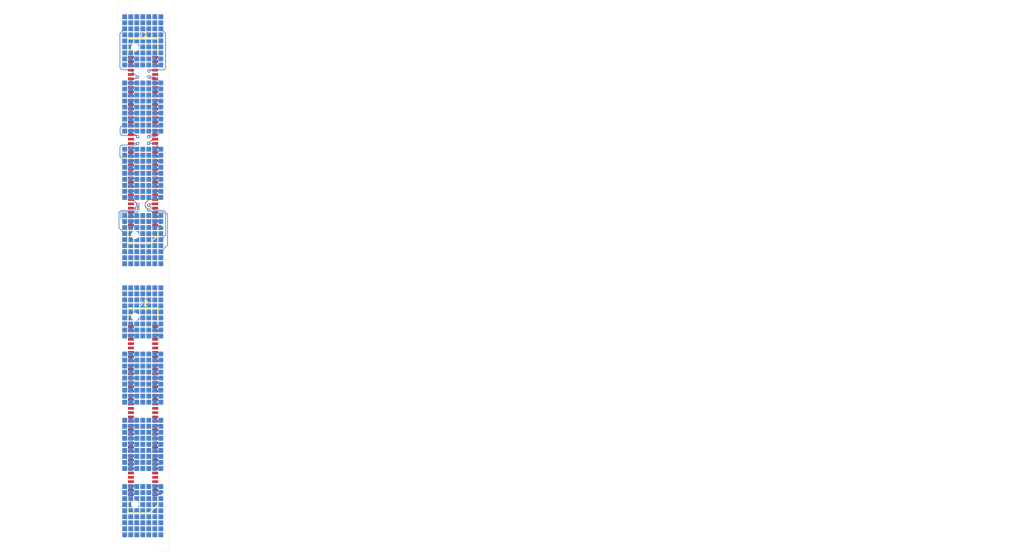
<source format=kicad_pcb>
(kicad_pcb (version 20240108) (generator "pcbnew") (generator_version "8.0")
  (layers (0 "F.Cu" signal) (31 "B.Cu" signal) (34 "B.Paste" user) (35 "F.Paste" user) (36 "B.SilkS" user "B.Silkscreen") (37 "F.SilkS" user "F.Silkscreen") (38 "B.Mask" user) (39 "F.Mask" user) (44 "Edge.Cuts" user))
  (net 0 "")
  (net 535 "/FB3.DVMH")
  (net 536 "/FB3.HF1")
  (net 537 "/FB3.DVML")
  (net 538 "/FB3.HF2")
  (net 539 "/FB3.HF3")
  (net 540 "/FB3.LF")
  (net 541 "/FB3.MLDCLK.N")
  (net 542 "/FB3.MFDCLK.N")
  (net 543 "/FB3.PREF.HS")
  (net 544 "/FB3.PREF.F")
  (net 545 "/FB3.HF6")
  (net 546 "/FB3.MFD.N")
  (net 547 "/FB3.HF5")
  (net 548 "/FB3.HF4")
  (net 549 "/FB3.MLD.N")
  (net 598 "/FB2.LF")
  (net 599 "/FB2.HF6")
  (net 600 "/FB2.HF5")
  (net 601 "/FB2.MFD.N")
  (net 602 "/FB2.MFDCLK.N")
  (net 603 "/FB2.PREF.F")
  (net 604 "/FB2.PREF.HS")
  (net 605 "/FB2.DVML")
  (net 606 "/FB2.MLD.N")
  (net 607 "/FB2.HF1")
  (net 608 "/FB2.MLDCLK.N")
  (net 609 "/FB2.HF3")
  (net 610 "/FB2.DVMH")
  (net 611 "/FB2.HF2")
  (net 612 "/FB2.HF4")
  (net 613 "/FB2.DVML.MUX")
  (footprint "Connector_Samtec:SAMTEC_ERF8-040-05.0-L-DV-K-TR" (layer "F.Cu") (at 73.45185 116.0282 -90)
    (property "Reference" "J2")
    (property "Value" "ERF8-050-05.0-L-DV-K-TR" (hide yes))
  )
  (footprint "" (layer "F.Cu") (at 77.5843 78.20533)
    (property "Reference" "5" (hide yes))
    (property "Value" "")
  )
  (footprint "Connector_Samtec:SAMTEC_ERF8-040-05.0-L-DV-K-TR" (layer "F.Cu") (at 73.44835 66.083 -90)
    (property "Reference" "J1")
    (property "Value" "ERF8-050-05.0-L-DV-K-TR" (hide yes))
  )
  (footprint "" (layer "F.Cu") (at 77.5843 128.46685)
    (property "Reference" "10" (hide yes))
    (property "Value" "")
  )
  (footprint "" (layer "F.Cu") (at 70.104 40.8813)
    (property "Reference" "")
    (property "Value" "")
  )
  (footprint "" (layer "F.Cu") (at 69.5833 128.48209)
    (property "Reference" "11" (hide yes))
    (property "Value" "")
  )
  (footprint "" (layer "F.Cu") (at 69.8373 78.20533)
    (property "Reference" "6" (hide yes))
    (property "Value" "")
  )
  (footprint "" (layer "F.Cu") (at 72.012302 90.9828)
    (property "Reference" "")
    (property "Value" "")
  )
  (footprint "" (layer "F.Cu") (at 77.5843 65.90411)
    (property "Reference" "2" (hide yes))
    (property "Value" "")
  )
  (footprint "" (layer "F.Cu") (at 69.5833 116.18087)
    (property "Reference" "9" (hide yes))
    (property "Value" "")
  )
  (footprint "" (layer "F.Cu") (at 77.5843 116.16563)
    (property "Reference" "8" (hide yes))
    (property "Value" "")
  )
  (footprint "" (layer "F.Cu") (at 77.5843 103.91267)
    (property "Reference" "4" (hide yes))
    (property "Value" "")
  )
  (footprint "" (layer "F.Cu") (at 76.835 141.224)
    (property "Reference" "")
    (property "Value" "")
  )
  (footprint "" (layer "F.Cu") (at 69.8373 53.65115)
    (property "Reference" "1" (hide yes))
    (property "Value" "")
  )
  (footprint "" (layer "F.Cu") (at 69.8373 103.91267)
    (property "Reference" "7" (hide yes))
    (property "Value" "")
  )
  (footprint "" (layer "F.Cu") (at 69.8373 65.90411)
    (property "Reference" "3" (hide yes))
    (property "Value" "")
  )
  (footprint "" (layer "F.Cu") (at 77.5843 53.65115)
    (property "Reference" "")
    (property "Value" "")
  )
  (footprint "Teradyne:Grogu-dib-topcu-mirror-secondary-side" (layer "B.Cu") (at 73.6666 91.0268 180)
    (property "Reference" "U1" (hide yes))
    (property "Value" "~" (hide yes))
  )
  (gr_line (start 78.2066 142.2654) (end 76.873103 142.2654) (stroke (width 0.0254)) (layer "Edge.Cuts"))
  (gr_circle (center 71.95058 48.68672) (end 72.63638 48.68672) (stroke (width 0.0254)) (fill none) (layer "Edge.Cuts"))
  (gr_line (start 68.707 39.878) (end 70.040501 39.878) (stroke (width 0.0254)) (layer "Edge.Cuts"))
  (gr_line (start 72.009 42.4307) (end 78.2066 42.4307) (stroke (width 0.0254)) (layer "Edge.Cuts"))
  (gr_line (start 78.2066 42.4307) (end 78.2066 142.2654) (stroke (width 0.0254)) (layer "Edge.Cuts"))
  (gr_arc (start 76.873103 142.2654) (mid 76.109778 141.949221) (end 75.7936 141.185896) (stroke (width 0.0254)) (layer "Edge.Cuts"))
  (gr_arc (start 74.9046 139.7127) (mid 75.533218 139.973082) (end 75.7936 140.6017) (stroke (width 0.0254)) (layer "Edge.Cuts"))
  (gr_line (start 74.9046 139.7127) (end 68.707 139.7127) (stroke (width 0.0254)) (layer "Edge.Cuts"))
  (gr_line (start 68.707 139.7127) (end 68.707 39.878) (stroke (width 0.0254)) (layer "Edge.Cuts"))
  (gr_arc (start 70.040501 39.878) (mid 70.803822 40.194178) (end 71.12 40.957499) (stroke (width 0.0254)) (layer "Edge.Cuts"))
  (gr_circle (center 76.8096 141.2621) (end 77.31252 141.2621) (stroke (width 0.0254)) (fill none) (layer "Edge.Cuts"))
  (gr_arc (start 72.009 42.4307) (mid 71.380382 42.170318) (end 71.12 41.5417) (stroke (width 0.0254)) (layer "Edge.Cuts"))
  (gr_line (start 75.7936 141.185896) (end 75.7936 140.6017) (stroke (width 0.0254)) (layer "Edge.Cuts"))
  (gr_circle (center 70.104 40.8813) (end 70.6628 40.8813) (stroke (width 0.0254)) (fill none) (layer "Edge.Cuts"))
  (gr_line (start 71.12 40.957499) (end 71.12 41.5417) (stroke (width 0.0254)) (layer "Edge.Cuts"))
  (segment (start 71.19835 54.483) (end 72.0598 54.483) (width 0.127) (layer "F.Cu") (net 535))
  (segment (start 72.0598 54.483) (end 72.39 54.1528) (width 0.127) (layer "F.Cu") (net 535))
  (via (at 72.39 54.1528) (size 0.6) (drill 0.3) (layers "F.Cu" "B.Cu") (net 535))
  (segment (start 71.0372 52.8) (end 69.525 52.8) (width 0.127) (layer "B.Cu") (net 535))
  (segment (start 69.525 52.8) (end 69.15 52.425) (width 0.127) (layer "B.Cu") (net 535))
  (segment (start 72.39 54.1528) (end 71.0372 52.8) (width 0.127) (layer "B.Cu") (net 535))
  (segment (start 69.15 52.425) (end 69.15 46.0914) (width 0.127) (layer "B.Cu") (net 535))
  (segment (start 69.15 46.0914) (end 70.0362 45.2052) (width 0.127) (layer "B.Cu") (net 535))
  (segment (start 71.19835 66.483) (end 72.4012 66.483) (width 0.127) (layer "F.Cu") (net 540))
  (segment (start 72.4012 66.483) (end 72.4154 66.4972) (width 0.127) (layer "F.Cu") (net 540))
  (via (at 72.4154 66.4972) (size 0.6) (drill 0.3) (layers "F.Cu" "B.Cu") (net 540))
  (segment (start 69.15 68.9062) (end 70.0362 69.7924) (width 0.127) (layer "B.Cu") (net 540))
  (segment (start 72.4154 66.4972) (end 72.1376 66.775) (width 0.127) (layer "B.Cu") (net 540))
  (segment (start 72.1376 66.775) (end 69.5 66.775) (width 0.127) (layer "B.Cu") (net 540))
  (segment (start 69.5 66.775) (end 69.15 67.125) (width 0.127) (layer "B.Cu") (net 540))
  (segment (start 69.15 67.125) (end 69.15 68.9062) (width 0.127) (layer "B.Cu") (net 540))
  (segment (start 72.0712 64.883) (end 71.19835 64.883) (width 0.127) (layer "F.Cu") (net 541))
  (segment (start 72.4408 65.2526) (end 72.0712 64.883) (width 0.127) (layer "F.Cu") (net 541))
  (via (at 72.4408 65.2526) (size 0.6) (drill 0.3) (layers "F.Cu" "B.Cu") (net 541))
  (segment (start 69.2 64.7) (end 69.2 63.575) (width 0.127) (layer "B.Cu") (net 541))
  (segment (start 72.4408 65.2526) (end 72.2132 65.025) (width 0.127) (layer "B.Cu") (net 541))
  (segment (start 69.525 65.025) (end 69.2 64.7) (width 0.127) (layer "B.Cu") (net 541))
  (segment (start 69.2 63.575) (end 69.6882 63.0868) (width 0.127) (layer "B.Cu") (net 541))
  (segment (start 72.2132 65.025) (end 69.525 65.025) (width 0.127) (layer "B.Cu") (net 541))
  (segment (start 69.6882 63.0868) (end 70.0362 63.0868) (width 0.127) (layer "B.Cu") (net 541))
  (segment (start 71.532376 76.883) (end 71.19835 76.883) (width 0.127) (layer "F.Cu") (net 543))
  (segment (start 72.475247 77.825871) (end 71.532376 76.883) (width 0.127) (layer "F.Cu") (net 543))
  (via (at 72.475247 77.825871) (size 0.6) (drill 0.3) (layers "F.Cu" "B.Cu") (net 543))
  (segment (start 72.7027 78.8083) (end 72.3138 79.1972) (width 0.127) (layer "B.Cu") (net 543))
  (segment (start 72.475247 78.065896) (end 72.7027 78.293349) (width 0.127) (layer "B.Cu") (net 543))
  (segment (start 72.7027 78.293349) (end 72.7027 78.8083) (width 0.127) (layer "B.Cu") (net 543))
  (segment (start 69.4944 79.1972) (end 69.3166 79.375) (width 0.127) (layer "B.Cu") (net 543))
  (segment (start 72.475247 77.825871) (end 72.475247 78.065896) (width 0.127) (layer "B.Cu") (net 543))
  (segment (start 69.3166 80.2488) (end 70.0362 80.9684) (width 0.127) (layer "B.Cu") (net 543))
  (segment (start 72.3138 79.1972) (end 69.4944 79.1972) (width 0.127) (layer "B.Cu") (net 543))
  (segment (start 69.3166 79.375) (end 69.3166 80.2488) (width 0.127) (layer "B.Cu") (net 543))
  (segment (start 72.2346 78.483) (end 72.2376 78.486) (width 0.127) (layer "F.Cu") (net 544))
  (segment (start 71.19835 78.483) (end 72.2346 78.483) (width 0.127) (layer "F.Cu") (net 544))
  (via (at 72.2376 78.486) (size 0.6) (drill 0.3) (layers "F.Cu" "B.Cu") (net 544))
  (segment (start 72.2376 78.486) (end 71.7986 78.925) (width 0.127) (layer "B.Cu") (net 544))
  (segment (start 71.7986 78.925) (end 69.325 78.925) (width 0.127) (layer "B.Cu") (net 544))
  (segment (start 69.325 78.925) (end 68.9864 79.2636) (width 0.127) (layer "B.Cu") (net 544))
  (segment (start 68.9864 82.1538) (end 70.0362 83.2036) (width 0.127) (layer "B.Cu") (net 544))
  (segment (start 68.9864 79.2636) (end 68.9864 82.1538) (width 0.127) (layer "B.Cu") (net 544))
  (segment (start 75.2616 65.683) (end 75.69835 65.683) (width 0.127) (layer "F.Cu") (net 598))
  (segment (start 74.4728 66.4718) (end 75.2616 65.683) (width 0.127) (layer "F.Cu") (net 598))
  (via (at 74.4728 66.4718) (size 0.6) (drill 0.3) (layers "F.Cu" "B.Cu") (net 598))
  (segment (start 74.4982 66.4972) (end 75.6818 66.4972) (width 0.127) (layer "B.Cu") (net 598))
  (segment (start 75.6818 66.4972) (end 76.7418 67.5572) (width 0.127) (layer "B.Cu") (net 598))
  (segment (start 74.4728 66.4718) (end 74.4982 66.4972) (width 0.127) (layer "B.Cu") (net 598))
  (segment (start 74.6758 52.883) (end 74.549 53.0098) (width 0.127) (layer "F.Cu") (net 599))
  (segment (start 75.69835 52.883) (end 74.6758 52.883) (width 0.127) (layer "F.Cu") (net 599))
  (via (at 74.549 53.0098) (size 0.6) (drill 0.3) (layers "F.Cu" "B.Cu") (net 599))
  (segment (start 74.549 53.0098) (end 74.7338 52.825) (width 0.127) (layer "B.Cu") (net 599))
  (segment (start 77.6224 46.0858) (end 76.7418 45.2052) (width 0.127) (layer "B.Cu") (net 599))
  (segment (start 77.6224 52.5526) (end 77.6224 46.0858) (width 0.127) (layer "B.Cu") (net 599))
  (segment (start 77.35 52.825) (end 77.6224 52.5526) (width 0.127) (layer "B.Cu") (net 599))
  (segment (start 74.7338 52.825) (end 77.35 52.825) (width 0.127) (layer "B.Cu") (net 599))
  (segment (start 74.8792 54.483) (end 74.5236 54.1274) (width 0.127) (layer "F.Cu") (net 600))
  (segment (start 75.69835 54.483) (end 74.8792 54.483) (width 0.127) (layer "F.Cu") (net 600))
  (via (at 74.5236 54.1274) (size 0.6) (drill 0.3) (layers "F.Cu" "B.Cu") (net 600))
  (segment (start 75.6056 54.1274) (end 76.7418 55.2636) (width 0.127) (layer "B.Cu") (net 600))
  (segment (start 74.5236 54.1274) (end 75.6056 54.1274) (width 0.127) (layer "B.Cu") (net 600))
  (segment (start 74.4728 78.8416) (end 73.8632 78.232) (width 0.127) (layer "F.Cu") (net 605))
  (segment (start 74.5264 76.883) (end 75.69835 76.883) (width 0.127) (layer "F.Cu") (net 605))
  (segment (start 73.8632 77.5462) (end 74.5264 76.883) (width 0.127) (layer "F.Cu") (net 605))
  (segment (start 73.8632 78.232) (end 73.8632 77.5462) (width 0.127) (layer "F.Cu") (net 605))
  (via (at 74.4728 78.8416) (size 0.6) (drill 0.3) (layers "F.Cu" "B.Cu") (net 605))
  (segment (start 77.6224 79.660058) (end 77.6224 83.4406) (width 0.127) (layer "B.Cu") (net 605))
  (segment (start 74.7776 78.8416) (end 75.136 79.2) (width 0.127) (layer "B.Cu") (net 605))
  (segment (start 74.4728 78.8416) (end 74.7776 78.8416) (width 0.127) (layer "B.Cu") (net 605))
  (segment (start 75.136 79.2) (end 77.162342 79.2) (width 0.127) (layer "B.Cu") (net 605))
  (segment (start 77.6224 83.4406) (end 76.7418 84.3212) (width 0.127) (layer "B.Cu") (net 605))
  (segment (start 77.162342 79.2) (end 77.6224 79.660058) (width 0.127) (layer "B.Cu") (net 605))
  (segment (start 74.765152 77.683) (end 75.69835 77.683) (width 0.127) (layer "F.Cu") (net 610))
  (segment (start 74.496876 77.951276) (end 74.765152 77.683) (width 0.127) (layer "F.Cu") (net 610))
  (via (at 74.496876 77.951276) (size 0.6) (drill 0.3) (layers "F.Cu" "B.Cu") (net 610))
  (segment (start 75.4456 78.9) (end 77.2744 78.9) (width 0.127) (layer "B.Cu") (net 610))
  (segment (start 77.978 79.6036) (end 77.978 85.3202) (width 0.127) (layer "B.Cu") (net 610))
  (segment (start 77.2744 78.9) (end 77.978 79.6036) (width 0.127) (layer "B.Cu") (net 610))
  (segment (start 77.978 85.3202) (end 76.7418 86.5564) (width 0.127) (layer "B.Cu") (net 610))
  (segment (start 74.496876 77.951276) (end 75.4456 78.9) (width 0.127) (layer "B.Cu") (net 610))
  (segment (start 74.817 64.883) (end 75.69835 64.883) (width 0.127) (layer "F.Cu") (net 612))
  (segment (start 74.4728 65.2272) (end 74.817 64.883) (width 0.127) (layer "F.Cu") (net 612))
  (via (at 74.4728 65.2272) (size 0.6) (drill 0.3) (layers "F.Cu" "B.Cu") (net 612))
  (segment (start 75.719 65.2272) (end 76.7418 64.2044) (width 0.127) (layer "B.Cu") (net 612))
  (segment (start 74.4728 65.2272) (end 75.719 65.2272) (width 0.127) (layer "B.Cu") (net 612))
)
</source>
